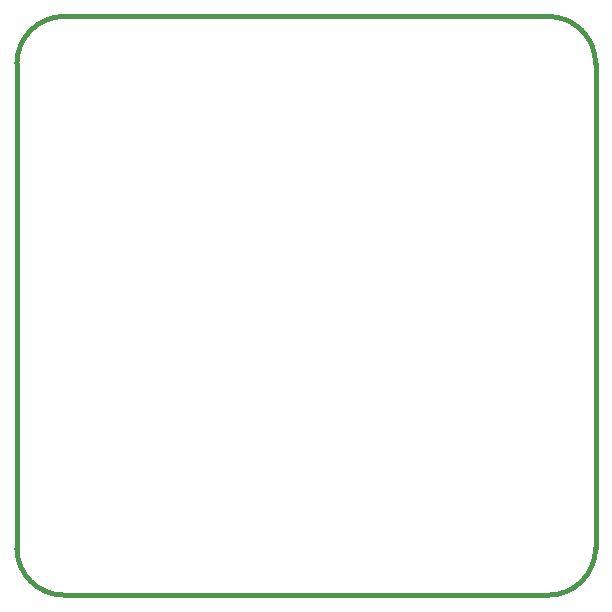
<source format=gbr>
G04 (created by PCBNEW (2013-04-19 BZR 4011)-stable) date 01/07/2014 10:59:58*
%MOIN*%
G04 Gerber Fmt 3.4, Leading zero omitted, Abs format*
%FSLAX34Y34*%
G01*
G70*
G90*
G04 APERTURE LIST*
%ADD10C,0*%
%ADD11C,0.015*%
G04 APERTURE END LIST*
G54D10*
G54D11*
X80314Y-49212D02*
X80314Y-33070D01*
X62598Y-50787D02*
X78740Y-50787D01*
X61023Y-33070D02*
X61023Y-49212D01*
X78740Y-31496D02*
X62598Y-31496D01*
X61023Y-49212D02*
G75*
G03X62598Y-50787I1574J0D01*
G74*
G01*
X78740Y-50787D02*
G75*
G03X80314Y-49212I0J1574D01*
G74*
G01*
X80314Y-33070D02*
G75*
G03X78740Y-31496I-1574J0D01*
G74*
G01*
X62598Y-31496D02*
G75*
G03X61023Y-33070I0J-1574D01*
G74*
G01*
M02*

</source>
